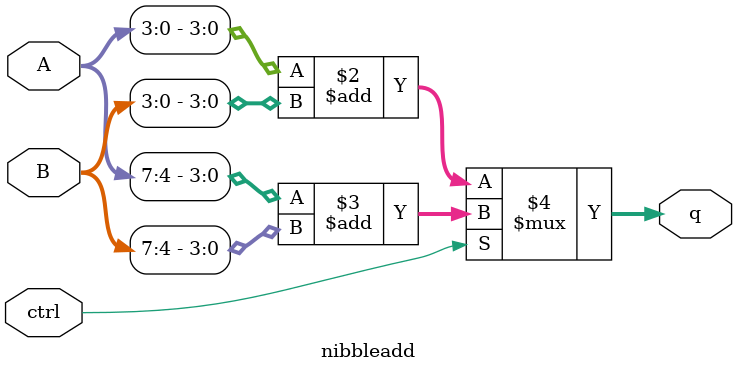
<source format=v>
`timescale 1ns / 1ps


module nibbleadd(
    input [7:0]A,B,
    input ctrl,
    output [4:0] q
    );

//// When ctrl input is '0', output is the sum of lowest 4 bits of A and B
    assign q = (ctrl == 1'b0) ? (A[3:0] + B[3:0]) : (A[7:4] + B[7:4]);
endmodule

</source>
